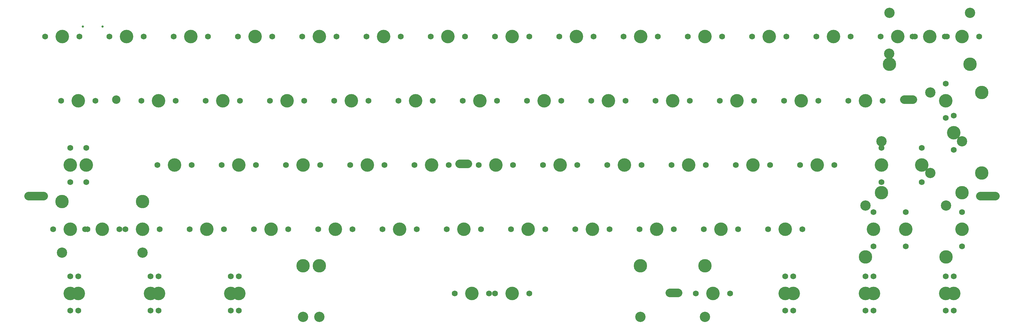
<source format=gbr>
%TF.GenerationSoftware,KiCad,Pcbnew,8.0.6*%
%TF.CreationDate,2024-12-06T10:27:57+08:00*%
%TF.ProjectId,PH60_Rev2,50483630-5f52-4657-9632-2e6b69636164,rev?*%
%TF.SameCoordinates,Original*%
%TF.FileFunction,NonPlated,1,2,NPTH,Mixed*%
%TF.FilePolarity,Positive*%
%FSLAX46Y46*%
G04 Gerber Fmt 4.6, Leading zero omitted, Abs format (unit mm)*
G04 Created by KiCad (PCBNEW 8.0.6) date 2024-12-06 10:27:57*
%MOMM*%
%LPD*%
G01*
G04 APERTURE LIST*
%TA.AperFunction,ComponentDrill*%
%ADD10C,0.650000*%
%TD*%
%TA.AperFunction,ComponentDrill*%
%ADD11C,1.750000*%
%TD*%
G04 aperture for slot hole*
%TA.AperFunction,ComponentDrill*%
%ADD12C,2.500000*%
%TD*%
%TA.AperFunction,ComponentDrill*%
%ADD13C,2.500000*%
%TD*%
%TA.AperFunction,ComponentDrill*%
%ADD14C,3.048000*%
%TD*%
%TA.AperFunction,ComponentDrill*%
%ADD15C,3.050000*%
%TD*%
%TA.AperFunction,ComponentDrill*%
%ADD16C,3.987800*%
%TD*%
%TA.AperFunction,ComponentDrill*%
%ADD17C,4.000000*%
%TD*%
G04 APERTURE END LIST*
D10*
%TO.C,J1*%
X44260000Y-35180000D03*
X50040000Y-35180000D03*
D11*
%TO.C,S1*%
X33020000Y-38100000D03*
%TO.C,S43*%
X35401250Y-95250000D03*
%TO.C,S15*%
X37782500Y-57150000D03*
%TO.C,S29-2*%
X40481250Y-71120000D03*
X40481250Y-81280000D03*
%TO.C,S57*%
X40481250Y-109220000D03*
X40481250Y-119380000D03*
%TO.C,S57-2*%
X42862500Y-109220000D03*
X42862500Y-119380000D03*
%TO.C,S1*%
X43180000Y-38100000D03*
%TO.C,S43-2*%
X44926250Y-95250000D03*
%TO.C,S29*%
X45243750Y-71120000D03*
X45243750Y-81280000D03*
%TO.C,S43*%
X45561250Y-95250000D03*
%TO.C,S15*%
X47942500Y-57150000D03*
%TO.C,S2*%
X52070000Y-38100000D03*
%TO.C,S43-2*%
X55086250Y-95250000D03*
%TO.C,S44*%
X56832500Y-95250000D03*
%TO.C,S16*%
X61595000Y-57150000D03*
%TO.C,S2*%
X62230000Y-38100000D03*
%TO.C,S58*%
X64293750Y-109220000D03*
X64293750Y-119380000D03*
%TO.C,S30*%
X66357500Y-76200000D03*
%TO.C,S58-2*%
X66675000Y-109220000D03*
X66675000Y-119380000D03*
%TO.C,S44*%
X66992500Y-95250000D03*
%TO.C,S3*%
X71120000Y-38100000D03*
%TO.C,S16*%
X71755000Y-57150000D03*
%TO.C,S45*%
X75882500Y-95250000D03*
%TO.C,S30*%
X76517500Y-76200000D03*
%TO.C,S17*%
X80645000Y-57150000D03*
%TO.C,S3*%
X81280000Y-38100000D03*
%TO.C,S31*%
X85407500Y-76200000D03*
%TO.C,S45*%
X86042500Y-95250000D03*
%TO.C,S59*%
X88106250Y-109220000D03*
X88106250Y-119380000D03*
%TO.C,S4*%
X90170000Y-38100000D03*
%TO.C,S59-2*%
X90487500Y-109220000D03*
X90487500Y-119380000D03*
%TO.C,S17*%
X90805000Y-57150000D03*
%TO.C,S46*%
X94932500Y-95250000D03*
%TO.C,S31*%
X95567500Y-76200000D03*
%TO.C,S18*%
X99695000Y-57150000D03*
%TO.C,S4*%
X100330000Y-38100000D03*
%TO.C,S32*%
X104457500Y-76200000D03*
%TO.C,S46*%
X105092500Y-95250000D03*
%TO.C,S5*%
X109220000Y-38100000D03*
%TO.C,S18*%
X109855000Y-57150000D03*
%TO.C,S47*%
X113982500Y-95250000D03*
%TO.C,S32*%
X114617500Y-76200000D03*
%TO.C,S19*%
X118745000Y-57150000D03*
%TO.C,S5*%
X119380000Y-38100000D03*
%TO.C,S33*%
X123507500Y-76200000D03*
%TO.C,S47*%
X124142500Y-95250000D03*
%TO.C,S6*%
X128270000Y-38100000D03*
%TO.C,S19*%
X128905000Y-57150000D03*
%TO.C,S48*%
X133032500Y-95250000D03*
%TO.C,S33*%
X133667500Y-76200000D03*
%TO.C,S20*%
X137795000Y-57150000D03*
%TO.C,S6*%
X138430000Y-38100000D03*
%TO.C,S34*%
X142557500Y-76200000D03*
%TO.C,S48*%
X143192500Y-95250000D03*
%TO.C,S7*%
X147320000Y-38100000D03*
%TO.C,S20*%
X147955000Y-57150000D03*
%TO.C,S49*%
X152082500Y-95250000D03*
%TO.C,S34*%
X152717500Y-76200000D03*
%TO.C,S60*%
X154463750Y-114300000D03*
%TO.C,S21*%
X156845000Y-57150000D03*
%TO.C,S7*%
X157480000Y-38100000D03*
%TO.C,S35*%
X161607500Y-76200000D03*
%TO.C,S49*%
X162242500Y-95250000D03*
%TO.C,S60*%
X164623750Y-114300000D03*
%TO.C,S8*%
X166370000Y-38100000D03*
%TO.C,S60-2*%
X166370000Y-114300000D03*
%TO.C,S21*%
X167005000Y-57150000D03*
%TO.C,S50*%
X171132500Y-95250000D03*
%TO.C,S35*%
X171767500Y-76200000D03*
%TO.C,S22*%
X175895000Y-57150000D03*
%TO.C,S8*%
X176530000Y-38100000D03*
%TO.C,S60-2*%
X176530000Y-114300000D03*
%TO.C,S36*%
X180657500Y-76200000D03*
%TO.C,S50*%
X181292500Y-95250000D03*
%TO.C,S9*%
X185420000Y-38100000D03*
%TO.C,S22*%
X186055000Y-57150000D03*
%TO.C,S51*%
X190182500Y-95250000D03*
%TO.C,S36*%
X190817500Y-76200000D03*
%TO.C,S23*%
X194945000Y-57150000D03*
%TO.C,S9*%
X195580000Y-38100000D03*
%TO.C,S37*%
X199707500Y-76200000D03*
%TO.C,S51*%
X200342500Y-95250000D03*
%TO.C,S10*%
X204470000Y-38100000D03*
%TO.C,S23*%
X205105000Y-57150000D03*
%TO.C,S52*%
X209232500Y-95250000D03*
%TO.C,S37*%
X209867500Y-76200000D03*
%TO.C,S24*%
X213995000Y-57150000D03*
%TO.C,S10*%
X214630000Y-38100000D03*
%TO.C,S38*%
X218757500Y-76200000D03*
%TO.C,S52*%
X219392500Y-95250000D03*
%TO.C,S11*%
X223520000Y-38100000D03*
%TO.C,S24*%
X224155000Y-57150000D03*
%TO.C,S61*%
X225901250Y-114300000D03*
%TO.C,S53*%
X228282500Y-95250000D03*
%TO.C,S38*%
X228917500Y-76200000D03*
%TO.C,S25*%
X233045000Y-57150000D03*
%TO.C,S11*%
X233680000Y-38100000D03*
%TO.C,S61*%
X236061250Y-114300000D03*
%TO.C,S39*%
X237807500Y-76200000D03*
%TO.C,S53*%
X238442500Y-95250000D03*
%TO.C,S12*%
X242570000Y-38100000D03*
%TO.C,S25*%
X243205000Y-57150000D03*
%TO.C,S54*%
X247332500Y-95250000D03*
%TO.C,S39*%
X247967500Y-76200000D03*
%TO.C,S26*%
X252095000Y-57150000D03*
%TO.C,S62-2*%
X252412500Y-109220000D03*
X252412500Y-119380000D03*
%TO.C,S12*%
X252730000Y-38100000D03*
%TO.C,S62*%
X254793750Y-109220000D03*
X254793750Y-119380000D03*
%TO.C,S40*%
X256857500Y-76200000D03*
%TO.C,S54*%
X257492500Y-95250000D03*
%TO.C,S13*%
X261620000Y-38100000D03*
%TO.C,S26*%
X262255000Y-57150000D03*
%TO.C,S40*%
X267017500Y-76200000D03*
%TO.C,S27*%
X271145000Y-57150000D03*
%TO.C,S13*%
X271780000Y-38100000D03*
%TO.C,S63-2*%
X276225000Y-109220000D03*
X276225000Y-119380000D03*
%TO.C,S55*%
X278606250Y-90170000D03*
X278606250Y-100330000D03*
%TO.C,S63*%
X278606250Y-109220000D03*
X278606250Y-119380000D03*
%TO.C,S14-2*%
X280670000Y-38100000D03*
%TO.C,S41*%
X280987500Y-71120000D03*
X280987500Y-81280000D03*
%TO.C,S27*%
X281305000Y-57150000D03*
%TO.C,S55-2*%
X288131250Y-90170000D03*
X288131250Y-100330000D03*
%TO.C,S14*%
X290195000Y-38100000D03*
%TO.C,S14-2*%
X290830000Y-38100000D03*
%TO.C,S28-2*%
X292893750Y-71120000D03*
X292893750Y-81280000D03*
%TO.C,S42*%
X299720000Y-38100000D03*
%TO.C,S41-2*%
X300037500Y-52070000D03*
X300037500Y-62230000D03*
%TO.C,S64-2*%
X300037500Y-109220000D03*
X300037500Y-119380000D03*
%TO.C,S14*%
X300355000Y-38100000D03*
%TO.C,S28*%
X302418750Y-61595000D03*
X302418750Y-71755000D03*
%TO.C,S64*%
X302418750Y-109220000D03*
X302418750Y-119380000D03*
%TO.C,S56*%
X304800000Y-90170000D03*
X304800000Y-100330000D03*
%TO.C,S42*%
X309880000Y-38100000D03*
D12*
%TO.C,HOLE*%
X32660000Y-85400000D02*
X28160000Y-85400000D01*
D13*
X54150000Y-56800000D03*
D12*
X158400000Y-75900000D02*
X155900000Y-75900000D01*
X220700000Y-114100000D02*
X218200000Y-114100000D01*
X290250000Y-56800000D02*
X287750000Y-56800000D01*
X314740000Y-85400000D02*
X310240000Y-85400000D01*
D14*
%TO.C,REF\u002A\u002A*%
X38068250Y-102235000D03*
X61944250Y-102235000D03*
X109543750Y-121285000D03*
X114300000Y-121285000D03*
X209543750Y-121285000D03*
X228600000Y-121285000D03*
X276193250Y-88265000D03*
X280955750Y-69215000D03*
X283337000Y-31115000D03*
X295433750Y-54737000D03*
X295433750Y-78613000D03*
X300069250Y-88265000D03*
X304831750Y-69215000D03*
X307213000Y-31115000D03*
D15*
%TO.C,S14-2*%
X283210000Y-43180000D03*
D16*
%TO.C,REF\u002A\u002A*%
X38068250Y-87025000D03*
X61944250Y-87025000D03*
X109543750Y-106075000D03*
X114300000Y-106075000D03*
X209543750Y-106075000D03*
X228600000Y-106075000D03*
X276193250Y-103475000D03*
X280955750Y-84425000D03*
X283337000Y-46325000D03*
X300069250Y-103475000D03*
X304831750Y-84425000D03*
X307213000Y-46325000D03*
X310643750Y-54737000D03*
X310643750Y-78613000D03*
D17*
%TO.C,S1*%
X38100000Y-38100000D03*
%TO.C,S29-2*%
X40481250Y-76200000D03*
%TO.C,S43*%
X40481250Y-95250000D03*
%TO.C,S57*%
X40481250Y-114300000D03*
%TO.C,S15*%
X42862500Y-57150000D03*
%TO.C,S57-2*%
X42862500Y-114300000D03*
%TO.C,S29*%
X45243750Y-76200000D03*
%TO.C,S43-2*%
X50006250Y-95250000D03*
%TO.C,S2*%
X57150000Y-38100000D03*
%TO.C,S44*%
X61912500Y-95250000D03*
%TO.C,S58*%
X64293750Y-114300000D03*
%TO.C,S16*%
X66675000Y-57150000D03*
%TO.C,S58-2*%
X66675000Y-114300000D03*
%TO.C,S30*%
X71437500Y-76200000D03*
%TO.C,S3*%
X76200000Y-38100000D03*
%TO.C,S45*%
X80962500Y-95250000D03*
%TO.C,S17*%
X85725000Y-57150000D03*
%TO.C,S59*%
X88106250Y-114300000D03*
%TO.C,S31*%
X90487500Y-76200000D03*
%TO.C,S59-2*%
X90487500Y-114300000D03*
%TO.C,S4*%
X95250000Y-38100000D03*
%TO.C,S46*%
X100012500Y-95250000D03*
%TO.C,S18*%
X104775000Y-57150000D03*
%TO.C,S32*%
X109537500Y-76200000D03*
%TO.C,S5*%
X114300000Y-38100000D03*
%TO.C,S47*%
X119062500Y-95250000D03*
%TO.C,S19*%
X123825000Y-57150000D03*
%TO.C,S33*%
X128587500Y-76200000D03*
%TO.C,S6*%
X133350000Y-38100000D03*
%TO.C,S48*%
X138112500Y-95250000D03*
%TO.C,S20*%
X142875000Y-57150000D03*
%TO.C,S34*%
X147637500Y-76200000D03*
%TO.C,S7*%
X152400000Y-38100000D03*
%TO.C,S49*%
X157162500Y-95250000D03*
%TO.C,S60*%
X159543750Y-114300000D03*
%TO.C,S21*%
X161925000Y-57150000D03*
%TO.C,S35*%
X166687500Y-76200000D03*
%TO.C,S8*%
X171450000Y-38100000D03*
%TO.C,S60-2*%
X171450000Y-114300000D03*
%TO.C,S50*%
X176212500Y-95250000D03*
%TO.C,S22*%
X180975000Y-57150000D03*
%TO.C,S36*%
X185737500Y-76200000D03*
%TO.C,S9*%
X190500000Y-38100000D03*
%TO.C,S51*%
X195262500Y-95250000D03*
%TO.C,S23*%
X200025000Y-57150000D03*
%TO.C,S37*%
X204787500Y-76200000D03*
%TO.C,S10*%
X209550000Y-38100000D03*
%TO.C,S52*%
X214312500Y-95250000D03*
%TO.C,S24*%
X219075000Y-57150000D03*
%TO.C,S38*%
X223837500Y-76200000D03*
%TO.C,S11*%
X228600000Y-38100000D03*
%TO.C,S61*%
X230981250Y-114300000D03*
%TO.C,S53*%
X233362500Y-95250000D03*
%TO.C,S25*%
X238125000Y-57150000D03*
%TO.C,S39*%
X242887500Y-76200000D03*
%TO.C,S12*%
X247650000Y-38100000D03*
%TO.C,S54*%
X252412500Y-95250000D03*
%TO.C,S62-2*%
X252412500Y-114300000D03*
%TO.C,S62*%
X254793750Y-114300000D03*
%TO.C,S26*%
X257175000Y-57150000D03*
%TO.C,S40*%
X261937500Y-76200000D03*
%TO.C,S13*%
X266700000Y-38100000D03*
%TO.C,S27*%
X276225000Y-57150000D03*
%TO.C,S63-2*%
X276225000Y-114300000D03*
%TO.C,S55*%
X278606250Y-95250000D03*
%TO.C,S63*%
X278606250Y-114300000D03*
%TO.C,S41*%
X280987500Y-76200000D03*
%TO.C,S14-2*%
X285750000Y-38100000D03*
%TO.C,S55-2*%
X288131250Y-95250000D03*
%TO.C,S28-2*%
X292893750Y-76200000D03*
%TO.C,S14*%
X295275000Y-38100000D03*
%TO.C,S41-2*%
X300037500Y-57150000D03*
%TO.C,S64-2*%
X300037500Y-114300000D03*
%TO.C,S28*%
X302418750Y-66675000D03*
%TO.C,S64*%
X302418750Y-114300000D03*
%TO.C,S42*%
X304800000Y-38100000D03*
%TO.C,S56*%
X304800000Y-95250000D03*
M02*

</source>
